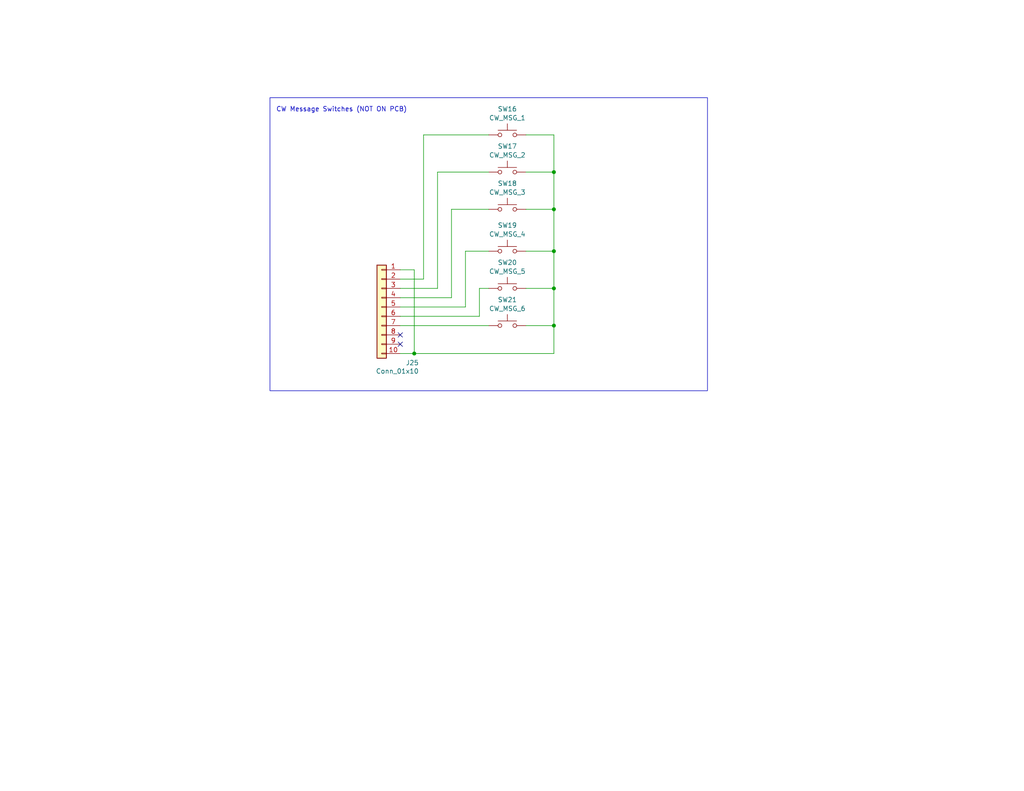
<source format=kicad_sch>
(kicad_sch (version 20250114) (generator "eeschema") (generator_version "9.0")
  (paper "USLetter")
  (title_block (title "KD0RC TeensyMaestro") (date "2025-07-27") (rev "v3.0") (company "NV0E") (comment 1 "Based on original design by KD0RC.") (comment 3 "PCB design by NV0E"))
  (lib_symbols
    (symbol "Connector_Generic:Conn_01x10" (pin_names (offset 1.016) (hide yes))
      (property "Reference" "J" (at 0 12.7 0))
      (property "Value" "Conn_01x10" (at 0 -15.24 0))
      (symbol "Conn_01x10_1_1"
        (rectangle (start -1.27 11.43) (end 1.27 -13.97) (stroke (width 0.254)) (fill (type background)))
        (rectangle (start -1.27 10.287) (end 0 10.033) (stroke (width 0.1524)))
        (rectangle (start -1.27 7.747) (end 0 7.493) (stroke (width 0.1524)))
        (rectangle (start -1.27 5.207) (end 0 4.953) (stroke (width 0.1524)))
        (rectangle (start -1.27 2.667) (end 0 2.413) (stroke (width 0.1524)))
        (rectangle (start -1.27 0.127) (end 0 -0.127) (stroke (width 0.1524)))
        (rectangle (start -1.27 -2.413) (end 0 -2.667) (stroke (width 0.1524)))
        (rectangle (start -1.27 -4.953) (end 0 -5.207) (stroke (width 0.1524)))
        (rectangle (start -1.27 -7.493) (end 0 -7.747) (stroke (width 0.1524)))
        (rectangle (start -1.27 -10.033) (end 0 -10.287) (stroke (width 0.1524)))
        (rectangle (start -1.27 -12.573) (end 0 -12.827) (stroke (width 0.1524)))
        (pin passive line (at -5.08 10.16 0) (length 3.81) (name "Pin_1") (number "1"))
        (pin passive line (at -5.08 7.62 0) (length 3.81) (name "Pin_2") (number "2"))
        (pin passive line (at -5.08 5.08 0) (length 3.81) (name "Pin_3") (number "3"))
        (pin passive line (at -5.08 2.54 0) (length 3.81) (name "Pin_4") (number "4"))
        (pin passive line (at -5.08 0 0) (length 3.81) (name "Pin_5") (number "5"))
        (pin passive line (at -5.08 -2.54 0) (length 3.81) (name "Pin_6") (number "6"))
        (pin passive line (at -5.08 -5.08 0) (length 3.81) (name "Pin_7") (number "7"))
        (pin passive line (at -5.08 -7.62 0) (length 3.81) (name "Pin_8") (number "8"))
        (pin passive line (at -5.08 -10.16 0) (length 3.81) (name "Pin_9") (number "9"))
        (pin passive line (at -5.08 -12.7 0) (length 3.81) (name "Pin_10") (number "10"))
      )
    )
    (symbol "Switch:SW_Push" (pin_numbers (hide yes)) (pin_names (offset 1.016) (hide yes))
      (property "Reference" "SW" (at 1.27 2.54 0))
      (property "Value" "SW_Push" (at 0 -1.524 0))
      (symbol "SW_Push_0_1"
        (circle (center -2.032 0) (radius 0.508))
        (polyline (pts (xy 0 1.27) (xy 0 3.048)))
        (circle (center 2.032 0) (radius 0.508))
        (polyline (pts (xy 2.54 1.27) (xy -2.54 1.27)))
        (pin passive line (at -5.08 0 0) (length 2.54) (name "1") (number "1"))
        (pin passive line (at 5.08 0 180) (length 2.54) (name "2") (number "2"))
      )
    )
  )
  (rectangle (start 73.66 26.67) (end 193.04 106.68))
  (text "CW Message Switches (NOT ON PCB)" (at 93.218 29.972 0) (effects (font (size 1.27 1.27))))
  (junction (at 151.13 88.9))
  (junction (at 113.03 96.52))
  (junction (at 151.13 68.58))
  (junction (at 151.13 57.15))
  (junction (at 151.13 46.99))
  (junction (at 151.13 78.74))
  (no_connect (at 109.22 91.44))
  (no_connect (at 109.22 93.98))
  (wire (pts (xy 151.13 46.99) (xy 151.13 57.15)))
  (wire (pts (xy 151.13 36.83) (xy 151.13 46.99)))
  (wire (pts (xy 133.35 36.83) (xy 115.57 36.83)))
  (wire (pts (xy 151.13 57.15) (xy 143.51 57.15)))
  (wire (pts (xy 133.35 78.74) (xy 130.81 78.74)))
  (wire (pts (xy 127 83.82) (xy 109.22 83.82)))
  (wire (pts (xy 143.51 88.9) (xy 151.13 88.9)))
  (wire (pts (xy 109.22 96.52) (xy 113.03 96.52)))
  (wire (pts (xy 143.51 36.83) (xy 151.13 36.83)))
  (wire (pts (xy 109.22 73.66) (xy 113.03 73.66)))
  (wire (pts (xy 151.13 78.74) (xy 151.13 88.9)))
  (wire (pts (xy 113.03 73.66) (xy 113.03 96.52)))
  (wire (pts (xy 115.57 76.2) (xy 109.22 76.2)))
  (wire (pts (xy 123.19 57.15) (xy 123.19 81.28)))
  (wire (pts (xy 143.51 78.74) (xy 151.13 78.74)))
  (wire (pts (xy 119.38 78.74) (xy 109.22 78.74)))
  (wire (pts (xy 133.35 68.58) (xy 127 68.58)))
  (wire (pts (xy 133.35 88.9) (xy 109.22 88.9)))
  (wire (pts (xy 127 68.58) (xy 127 83.82)))
  (wire (pts (xy 151.13 68.58) (xy 143.51 68.58)))
  (wire (pts (xy 151.13 68.58) (xy 151.13 78.74)))
  (wire (pts (xy 130.81 78.74) (xy 130.81 86.36)))
  (wire (pts (xy 113.03 96.52) (xy 151.13 96.52)))
  (wire (pts (xy 151.13 46.99) (xy 143.51 46.99)))
  (wire (pts (xy 151.13 88.9) (xy 151.13 96.52)))
  (wire (pts (xy 133.35 46.99) (xy 119.38 46.99)))
  (wire (pts (xy 115.57 36.83) (xy 115.57 76.2)))
  (wire (pts (xy 130.81 86.36) (xy 109.22 86.36)))
  (wire (pts (xy 123.19 81.28) (xy 109.22 81.28)))
  (wire (pts (xy 119.38 46.99) (xy 119.38 78.74)))
  (wire (pts (xy 151.13 57.15) (xy 151.13 68.58)))
  (wire (pts (xy 133.35 57.15) (xy 123.19 57.15)))
  (symbol (lib_id "Switch:SW_Push") (at 138.43 57.15 0) (unit 1) (on_board no)
    (property "Reference" "SW18" (at 138.43 50.0845 0))
    (property "Value" "CW_MSG_3" (at 138.43 52.5088 0))
    (property "Description" "Push button switch, generic, two pins" (effects (hide yes)))
  )
  (symbol (lib_id "Switch:SW_Push") (at 138.43 68.58 0) (unit 1) (on_board no)
    (property "Reference" "SW19" (at 138.43 61.5145 0))
    (property "Value" "CW_MSG_4" (at 138.43 63.9388 0))
    (property "Description" "Push button switch, generic, two pins" (effects (hide yes)))
  )
  (symbol (lib_id "Switch:SW_Push") (at 138.43 36.83 0) (unit 1) (on_board no)
    (property "Reference" "SW16" (at 138.43 29.7645 0))
    (property "Value" "CW_MSG_1" (at 138.43 32.1888 0))
    (property "Description" "Push button switch, generic, two pins" (effects (hide yes)))
  )
  (symbol (lib_id "Switch:SW_Push") (at 138.43 46.99 0) (unit 1) (on_board no)
    (property "Reference" "SW17" (at 138.43 39.9245 0))
    (property "Value" "CW_MSG_2" (at 138.43 42.3488 0))
    (property "Description" "Push button switch, generic, two pins" (effects (hide yes)))
  )
  (symbol (lib_id "Switch:SW_Push") (at 138.43 88.9 0) (unit 1) (on_board no)
    (property "Reference" "SW21" (at 138.43 81.8345 0))
    (property "Value" "CW_MSG_6" (at 138.43 84.2588 0))
    (property "Description" "Push button switch, generic, two pins" (effects (hide yes)))
  )
  (symbol (lib_id "Switch:SW_Push") (at 138.43 78.74 0) (unit 1) (on_board no)
    (property "Reference" "SW20" (at 138.43 71.6745 0))
    (property "Value" "CW_MSG_5" (at 138.43 74.0988 0))
    (property "Description" "Push button switch, generic, two pins" (effects (hide yes)))
  )
  (symbol (lib_id "Connector_Generic:Conn_01x10") (at 104.14 83.82 0) (mirror y) (unit 1) (on_board no)
    (property "Reference" "J25" (at 114.3 99.06 0) (effects (justify left)))
    (property "Value" "Conn_01x10" (at 114.3 101.346 0) (effects (justify left)))
    (property "Footprint" "Connector_JST:JST_XH_B10B-XH-A_1x10_P2.50mm_Vertical" (effects (hide yes)))
    (property "Description" "Generic connector, single row, 01x10, script generated (kicad-library-utils/schlib/autogen/connector/)" (effects (hide yes)))
  )
)
</source>
